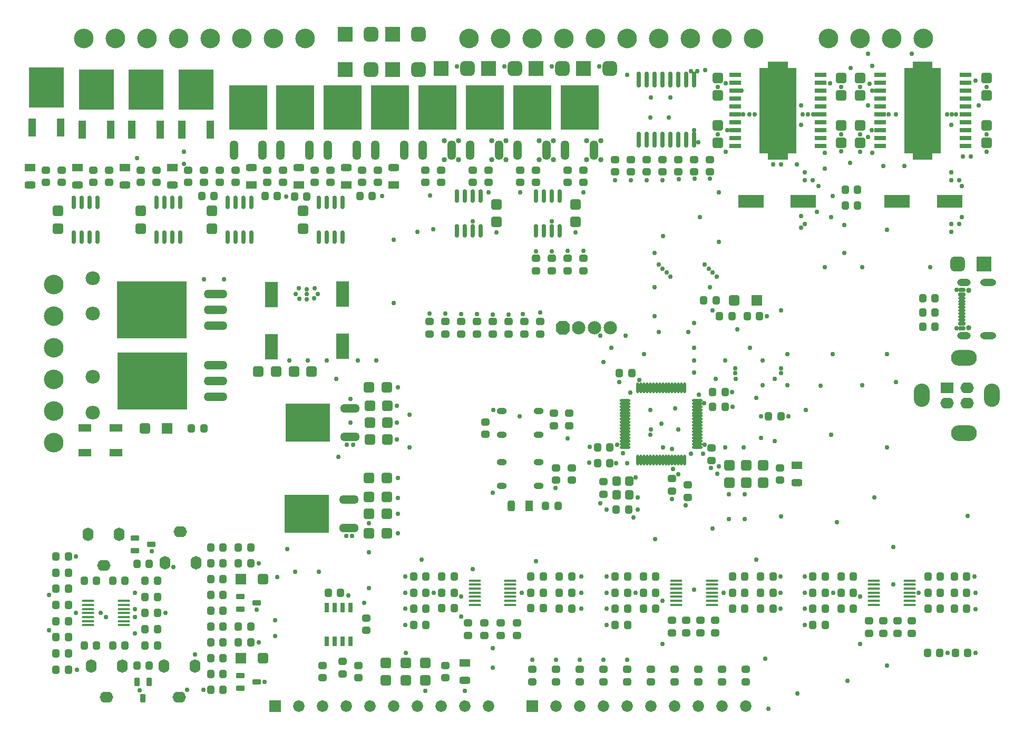
<source format=gts>
G04*
G04 #@! TF.GenerationSoftware,Altium Limited,Altium Designer,25.0.2 (28)*
G04*
G04 Layer_Color=8388736*
%FSLAX44Y44*%
%MOMM*%
G71*
G04*
G04 #@! TF.SameCoordinates,AC037715-0773-48B7-9E6E-B3265F142276*
G04*
G04*
G04 #@! TF.FilePolarity,Negative*
G04*
G01*
G75*
%ADD32R,1.2500X2.8500*%
%ADD33R,5.5500X6.5000*%
%ADD42R,1.8300X0.6800*%
%ADD43R,2.1000X1.2700*%
G04:AMPARAMS|DCode=55|XSize=1.9554mm|YSize=0.4208mm|CornerRadius=0.2104mm|HoleSize=0mm|Usage=FLASHONLY|Rotation=0.000|XOffset=0mm|YOffset=0mm|HoleType=Round|Shape=RoundedRectangle|*
%AMROUNDEDRECTD55*
21,1,1.9554,0.0000,0,0,0.0*
21,1,1.5347,0.4208,0,0,0.0*
1,1,0.4208,0.7673,0.0000*
1,1,0.4208,-0.7673,0.0000*
1,1,0.4208,-0.7673,0.0000*
1,1,0.4208,0.7673,0.0000*
%
%ADD55ROUNDEDRECTD55*%
%ADD56R,1.9554X0.4208*%
G04:AMPARAMS|DCode=57|XSize=1.55mm|YSize=0.6mm|CornerRadius=0.051mm|HoleSize=0mm|Usage=FLASHONLY|Rotation=90.000|XOffset=0mm|YOffset=0mm|HoleType=Round|Shape=RoundedRectangle|*
%AMROUNDEDRECTD57*
21,1,1.5500,0.4980,0,0,90.0*
21,1,1.4480,0.6000,0,0,90.0*
1,1,0.1020,0.2490,0.7240*
1,1,0.1020,0.2490,-0.7240*
1,1,0.1020,-0.2490,-0.7240*
1,1,0.1020,-0.2490,0.7240*
%
%ADD57ROUNDEDRECTD57*%
G04:AMPARAMS|DCode=62|XSize=1.15mm|YSize=1.75mm|CornerRadius=0.325mm|HoleSize=0mm|Usage=FLASHONLY|Rotation=270.000|XOffset=0mm|YOffset=0mm|HoleType=Round|Shape=RoundedRectangle|*
%AMROUNDEDRECTD62*
21,1,1.1500,1.1000,0,0,270.0*
21,1,0.5000,1.7500,0,0,270.0*
1,1,0.6500,-0.5500,-0.2500*
1,1,0.6500,-0.5500,0.2500*
1,1,0.6500,0.5500,0.2500*
1,1,0.6500,0.5500,-0.2500*
%
%ADD62ROUNDEDRECTD62*%
%ADD63R,1.7500X1.1500*%
%ADD64R,2.3500X2.3500*%
G04:AMPARAMS|DCode=65|XSize=2.35mm|YSize=2.35mm|CornerRadius=0.625mm|HoleSize=0mm|Usage=FLASHONLY|Rotation=270.000|XOffset=0mm|YOffset=0mm|HoleType=Round|Shape=RoundedRectangle|*
%AMROUNDEDRECTD65*
21,1,2.3500,1.1000,0,0,270.0*
21,1,1.1000,2.3500,0,0,270.0*
1,1,1.2500,-0.5500,-0.5500*
1,1,1.2500,-0.5500,0.5500*
1,1,1.2500,0.5500,0.5500*
1,1,1.2500,0.5500,-0.5500*
%
%ADD65ROUNDEDRECTD65*%
G04:AMPARAMS|DCode=66|XSize=1.75mm|YSize=1.75mm|CornerRadius=0.475mm|HoleSize=0mm|Usage=FLASHONLY|Rotation=180.000|XOffset=0mm|YOffset=0mm|HoleType=Round|Shape=RoundedRectangle|*
%AMROUNDEDRECTD66*
21,1,1.7500,0.8000,0,0,180.0*
21,1,0.8000,1.7500,0,0,180.0*
1,1,0.9500,-0.4000,0.4000*
1,1,0.9500,0.4000,0.4000*
1,1,0.9500,0.4000,-0.4000*
1,1,0.9500,-0.4000,-0.4000*
%
%ADD66ROUNDEDRECTD66*%
%ADD67R,2.1500X4.1500*%
%ADD68O,3.7500X1.3500*%
%ADD69R,11.1500X9.1500*%
%ADD70O,3.1500X1.3500*%
%ADD71R,7.1500X6.1500*%
G04:AMPARAMS|DCode=72|XSize=1.15mm|YSize=1.35mm|CornerRadius=0.325mm|HoleSize=0mm|Usage=FLASHONLY|Rotation=90.000|XOffset=0mm|YOffset=0mm|HoleType=Round|Shape=RoundedRectangle|*
%AMROUNDEDRECTD72*
21,1,1.1500,0.7000,0,0,90.0*
21,1,0.5000,1.3500,0,0,90.0*
1,1,0.6500,0.3500,0.2500*
1,1,0.6500,0.3500,-0.2500*
1,1,0.6500,-0.3500,-0.2500*
1,1,0.6500,-0.3500,0.2500*
%
%ADD72ROUNDEDRECTD72*%
G04:AMPARAMS|DCode=73|XSize=1.15mm|YSize=1.35mm|CornerRadius=0.325mm|HoleSize=0mm|Usage=FLASHONLY|Rotation=180.000|XOffset=0mm|YOffset=0mm|HoleType=Round|Shape=RoundedRectangle|*
%AMROUNDEDRECTD73*
21,1,1.1500,0.7000,0,0,180.0*
21,1,0.5000,1.3500,0,0,180.0*
1,1,0.6500,-0.2500,0.3500*
1,1,0.6500,0.2500,0.3500*
1,1,0.6500,0.2500,-0.3500*
1,1,0.6500,-0.2500,-0.3500*
%
%ADD73ROUNDEDRECTD73*%
%ADD74O,0.7500X2.1500*%
%ADD75C,5.3100*%
%ADD76R,1.7500X1.7500*%
%ADD77O,0.7500X2.5500*%
%ADD78O,0.4500X1.7500*%
G04:AMPARAMS|DCode=79|XSize=0.45mm|YSize=1.15mm|CornerRadius=0.15mm|HoleSize=0mm|Usage=FLASHONLY|Rotation=90.000|XOffset=0mm|YOffset=0mm|HoleType=Round|Shape=RoundedRectangle|*
%AMROUNDEDRECTD79*
21,1,0.4500,0.8500,0,0,90.0*
21,1,0.1500,1.1500,0,0,90.0*
1,1,0.3000,0.4250,0.0750*
1,1,0.3000,0.4250,-0.0750*
1,1,0.3000,-0.4250,-0.0750*
1,1,0.3000,-0.4250,0.0750*
%
%ADD79ROUNDEDRECTD79*%
G04:AMPARAMS|DCode=80|XSize=0.65mm|YSize=1.15mm|CornerRadius=0.2mm|HoleSize=0mm|Usage=FLASHONLY|Rotation=90.000|XOffset=0mm|YOffset=0mm|HoleType=Round|Shape=RoundedRectangle|*
%AMROUNDEDRECTD80*
21,1,0.6500,0.7500,0,0,90.0*
21,1,0.2500,1.1500,0,0,90.0*
1,1,0.4000,0.3750,0.1250*
1,1,0.4000,0.3750,-0.1250*
1,1,0.4000,-0.3750,-0.1250*
1,1,0.4000,-0.3750,0.1250*
%
%ADD80ROUNDEDRECTD80*%
G04:AMPARAMS|DCode=81|XSize=1.75mm|YSize=1.75mm|CornerRadius=0.475mm|HoleSize=0mm|Usage=FLASHONLY|Rotation=90.000|XOffset=0mm|YOffset=0mm|HoleType=Round|Shape=RoundedRectangle|*
%AMROUNDEDRECTD81*
21,1,1.7500,0.8000,0,0,90.0*
21,1,0.8000,1.7500,0,0,90.0*
1,1,0.9500,0.4000,0.4000*
1,1,0.9500,0.4000,-0.4000*
1,1,0.9500,-0.4000,-0.4000*
1,1,0.9500,-0.4000,0.4000*
%
%ADD81ROUNDEDRECTD81*%
G04:AMPARAMS|DCode=82|XSize=1.35mm|YSize=1.55mm|CornerRadius=0.375mm|HoleSize=0mm|Usage=FLASHONLY|Rotation=0.000|XOffset=0mm|YOffset=0mm|HoleType=Round|Shape=RoundedRectangle|*
%AMROUNDEDRECTD82*
21,1,1.3500,0.8000,0,0,0.0*
21,1,0.6000,1.5500,0,0,0.0*
1,1,0.7500,0.3000,-0.4000*
1,1,0.7500,-0.3000,-0.4000*
1,1,0.7500,-0.3000,0.4000*
1,1,0.7500,0.3000,0.4000*
%
%ADD82ROUNDEDRECTD82*%
%ADD83O,1.6000X1.0000*%
G04:AMPARAMS|DCode=84|XSize=1.15mm|YSize=1.75mm|CornerRadius=0.325mm|HoleSize=0mm|Usage=FLASHONLY|Rotation=180.000|XOffset=0mm|YOffset=0mm|HoleType=Round|Shape=RoundedRectangle|*
%AMROUNDEDRECTD84*
21,1,1.1500,1.1000,0,0,180.0*
21,1,0.5000,1.7500,0,0,180.0*
1,1,0.6500,-0.2500,0.5500*
1,1,0.6500,0.2500,0.5500*
1,1,0.6500,0.2500,-0.5500*
1,1,0.6500,-0.2500,-0.5500*
%
%ADD84ROUNDEDRECTD84*%
%ADD85R,1.1500X1.7500*%
%ADD86O,1.7500X0.4500*%
%ADD87R,4.1500X2.1500*%
G04:AMPARAMS|DCode=88|XSize=0.9mm|YSize=1.4mm|CornerRadius=0.275mm|HoleSize=0mm|Usage=FLASHONLY|Rotation=0.000|XOffset=0mm|YOffset=0mm|HoleType=Round|Shape=RoundedRectangle|*
%AMROUNDEDRECTD88*
21,1,0.9000,0.8500,0,0,0.0*
21,1,0.3500,1.4000,0,0,0.0*
1,1,0.5500,0.1750,-0.4250*
1,1,0.5500,-0.1750,-0.4250*
1,1,0.5500,-0.1750,0.4250*
1,1,0.5500,0.1750,0.4250*
%
%ADD88ROUNDEDRECTD88*%
G04:AMPARAMS|DCode=89|XSize=0.9mm|YSize=1.4mm|CornerRadius=0.275mm|HoleSize=0mm|Usage=FLASHONLY|Rotation=90.000|XOffset=0mm|YOffset=0mm|HoleType=Round|Shape=RoundedRectangle|*
%AMROUNDEDRECTD89*
21,1,0.9000,0.8500,0,0,90.0*
21,1,0.3500,1.4000,0,0,90.0*
1,1,0.5500,0.4250,0.1750*
1,1,0.5500,0.4250,-0.1750*
1,1,0.5500,-0.4250,-0.1750*
1,1,0.5500,-0.4250,0.1750*
%
%ADD89ROUNDEDRECTD89*%
%ADD90R,6.1500X7.1500*%
%ADD91O,1.3500X3.1500*%
%ADD92R,1.8500X1.8500*%
%ADD93C,1.8500*%
%ADD94C,3.1500*%
%ADD95O,2.3090X2.1820*%
%ADD96C,0.8500*%
%ADD97O,2.1500X1.1500*%
%ADD98O,2.5500X1.1500*%
%ADD99O,4.1500X2.5500*%
%ADD100O,2.5500X3.7500*%
%ADD101O,2.1500X1.7500*%
%ADD102R,2.1500X1.7500*%
%ADD103C,2.1500*%
G04:AMPARAMS|DCode=104|XSize=2.15mm|YSize=2.15mm|CornerRadius=0mm|HoleSize=0mm|Usage=FLASHONLY|Rotation=90.000|XOffset=0mm|YOffset=0mm|HoleType=Round|Shape=Octagon|*
%AMOCTAGOND104*
4,1,8,0.5375,1.0750,-0.5375,1.0750,-1.0750,0.5375,-1.0750,-0.5375,-0.5375,-1.0750,0.5375,-1.0750,1.0750,-0.5375,1.0750,0.5375,0.5375,1.0750,0.0*
%
%ADD104OCTAGOND104*%

%ADD105O,1.7500X2.1500*%
%ADD106C,0.1500*%
%ADD107C,0.7500*%
G36*
X1280850Y1109900D02*
X1294350D01*
Y972900D01*
X1280850D01*
Y962700D01*
X1248850D01*
Y972900D01*
X1235350D01*
Y1109900D01*
X1248850D01*
Y1120100D01*
X1280850D01*
Y1109900D01*
D02*
G37*
G36*
X1513400D02*
X1526900D01*
Y972900D01*
X1513400D01*
Y962700D01*
X1481400D01*
Y972900D01*
X1467900D01*
Y1109900D01*
X1481400D01*
Y1120100D01*
X1513400D01*
Y1109900D01*
D02*
G37*
D32*
X227140Y1010625D02*
D03*
X272860D02*
D03*
X307140D02*
D03*
X352860D02*
D03*
X112860Y1014323D02*
D03*
X67140D02*
D03*
X147140Y1010625D02*
D03*
X192860D02*
D03*
D33*
X250000Y1074625D02*
D03*
X330000D02*
D03*
X90000Y1078323D02*
D03*
X170000Y1074625D02*
D03*
D42*
X1428750Y984250D02*
D03*
Y996950D02*
D03*
Y1009650D02*
D03*
Y1022350D02*
D03*
Y1035050D02*
D03*
Y1047750D02*
D03*
Y1060450D02*
D03*
Y1073150D02*
D03*
Y1085850D02*
D03*
Y1098550D02*
D03*
X1566050D02*
D03*
Y1085850D02*
D03*
Y1073150D02*
D03*
Y1060450D02*
D03*
Y1047750D02*
D03*
Y1035050D02*
D03*
Y1022350D02*
D03*
Y1009650D02*
D03*
Y996950D02*
D03*
Y984250D02*
D03*
X1333500D02*
D03*
Y996950D02*
D03*
Y1009650D02*
D03*
Y1022350D02*
D03*
Y1035050D02*
D03*
Y1047750D02*
D03*
Y1060450D02*
D03*
Y1073150D02*
D03*
Y1085850D02*
D03*
Y1098550D02*
D03*
X1196200D02*
D03*
Y1085850D02*
D03*
Y1073150D02*
D03*
Y1060450D02*
D03*
Y1047750D02*
D03*
Y1035050D02*
D03*
Y1022350D02*
D03*
Y1009650D02*
D03*
Y996950D02*
D03*
Y984250D02*
D03*
D43*
X151622Y531171D02*
D03*
Y491572D02*
D03*
X201520Y531171D02*
D03*
Y491572D02*
D03*
D55*
X835204Y286200D02*
D03*
Y279700D02*
D03*
Y273200D02*
D03*
Y266700D02*
D03*
Y260200D02*
D03*
Y253700D02*
D03*
Y247200D02*
D03*
X777696D02*
D03*
Y253700D02*
D03*
Y260200D02*
D03*
Y266700D02*
D03*
Y273200D02*
D03*
Y279700D02*
D03*
X156295Y214443D02*
D03*
Y220943D02*
D03*
Y227443D02*
D03*
Y233943D02*
D03*
Y240443D02*
D03*
Y246943D02*
D03*
Y253443D02*
D03*
X213803D02*
D03*
Y246943D02*
D03*
Y240443D02*
D03*
Y233943D02*
D03*
Y227443D02*
D03*
Y220943D02*
D03*
X1476554Y286200D02*
D03*
Y279700D02*
D03*
Y273200D02*
D03*
Y266700D02*
D03*
Y260200D02*
D03*
Y253700D02*
D03*
Y247200D02*
D03*
X1419046D02*
D03*
Y253700D02*
D03*
Y260200D02*
D03*
Y266700D02*
D03*
Y273200D02*
D03*
Y279700D02*
D03*
X1101546Y279700D02*
D03*
Y273200D02*
D03*
Y266700D02*
D03*
Y260200D02*
D03*
Y253700D02*
D03*
Y247200D02*
D03*
X1159054D02*
D03*
Y253700D02*
D03*
Y260200D02*
D03*
Y266700D02*
D03*
Y273200D02*
D03*
Y279700D02*
D03*
Y286200D02*
D03*
D56*
X777696D02*
D03*
X213803Y214443D02*
D03*
X1419046Y286200D02*
D03*
X1101546D02*
D03*
D57*
X539750Y242900D02*
D03*
X552450D02*
D03*
X565150D02*
D03*
X577850D02*
D03*
Y188900D02*
D03*
X565150D02*
D03*
X552450D02*
D03*
X539750D02*
D03*
D62*
X139700Y921700D02*
D03*
X215900D02*
D03*
X63500D02*
D03*
X762000Y125700D02*
D03*
X1295400Y443200D02*
D03*
X647700Y949700D02*
D03*
X571500D02*
D03*
X495300D02*
D03*
X419100D02*
D03*
X292100Y921700D02*
D03*
D63*
X139700Y949700D02*
D03*
X215900D02*
D03*
X63500D02*
D03*
X762000Y153700D02*
D03*
X1295400Y471200D02*
D03*
X647700Y921700D02*
D03*
X571500D02*
D03*
X495300D02*
D03*
X419100D02*
D03*
X292100Y949700D02*
D03*
D64*
X1596000Y795000D02*
D03*
X645750Y1107150D02*
D03*
X569550D02*
D03*
Y1164300D02*
D03*
X645750D02*
D03*
X723800Y1109097D02*
D03*
X952400Y1108998D02*
D03*
X800000Y1109097D02*
D03*
X876200D02*
D03*
D65*
X1554000Y795000D02*
D03*
X687750Y1107150D02*
D03*
X611550D02*
D03*
Y1164300D02*
D03*
X687750D02*
D03*
X765800Y1109097D02*
D03*
X994400Y1108998D02*
D03*
X842000Y1109097D02*
D03*
X918200D02*
D03*
D66*
X608300Y450850D02*
D03*
X636300D02*
D03*
X608300Y596900D02*
D03*
X636300D02*
D03*
X247922Y530650D02*
D03*
X487650Y622300D02*
D03*
X515650D02*
D03*
X637570Y512668D02*
D03*
X609570D02*
D03*
X637570Y539750D02*
D03*
X609570D02*
D03*
X637570Y566833D02*
D03*
X609570D02*
D03*
X636300Y361950D02*
D03*
X608300D02*
D03*
X636300Y420783D02*
D03*
X608300D02*
D03*
X636300Y393700D02*
D03*
X608300D02*
D03*
X1194850Y736600D02*
D03*
X437799Y288600D02*
D03*
Y161450D02*
D03*
X430500Y622300D02*
D03*
X458500D02*
D03*
D67*
X565150Y746850D02*
D03*
Y662850D02*
D03*
X451485Y745580D02*
D03*
Y661580D02*
D03*
D68*
X361572Y581450D02*
D03*
Y606850D02*
D03*
Y632250D02*
D03*
X361172Y695750D02*
D03*
Y721150D02*
D03*
Y746550D02*
D03*
D69*
X259572Y606850D02*
D03*
X259172Y721150D02*
D03*
D70*
X577270Y516750D02*
D03*
Y562750D02*
D03*
X576000Y370700D02*
D03*
Y416700D02*
D03*
D71*
X509270Y539750D02*
D03*
X508000Y393700D02*
D03*
D72*
X590550Y129700D02*
D03*
Y149700D02*
D03*
X603384Y225900D02*
D03*
Y205900D02*
D03*
X533400Y149700D02*
D03*
Y129700D02*
D03*
X1268316Y447200D02*
D03*
Y467200D02*
D03*
X730250Y129700D02*
D03*
Y149700D02*
D03*
X767450Y218200D02*
D03*
Y198200D02*
D03*
X985000Y425000D02*
D03*
Y445000D02*
D03*
X1120000Y420000D02*
D03*
Y440000D02*
D03*
X901700Y803750D02*
D03*
Y783750D02*
D03*
X927100Y803750D02*
D03*
Y783750D02*
D03*
X876300Y803750D02*
D03*
Y783750D02*
D03*
X730250Y682150D02*
D03*
Y702150D02*
D03*
X704850Y682150D02*
D03*
Y702150D02*
D03*
X781050D02*
D03*
Y682150D02*
D03*
X755650D02*
D03*
Y702150D02*
D03*
X930000Y555000D02*
D03*
Y535000D02*
D03*
X905000Y555000D02*
D03*
Y535000D02*
D03*
X933450Y447200D02*
D03*
Y467200D02*
D03*
X795020Y520860D02*
D03*
Y540860D02*
D03*
X908050Y467200D02*
D03*
Y447200D02*
D03*
X952500Y783750D02*
D03*
Y803750D02*
D03*
X857250Y702150D02*
D03*
Y682150D02*
D03*
X882650Y702150D02*
D03*
Y682150D02*
D03*
X806450D02*
D03*
Y702150D02*
D03*
X831850Y682150D02*
D03*
Y702150D02*
D03*
X1095000Y450000D02*
D03*
Y430000D02*
D03*
X1158599Y498950D02*
D03*
Y478950D02*
D03*
X1136650Y143350D02*
D03*
Y123350D02*
D03*
X1060450Y143350D02*
D03*
Y123350D02*
D03*
X819450Y218200D02*
D03*
Y198200D02*
D03*
X793450Y218200D02*
D03*
Y198200D02*
D03*
X845450Y218200D02*
D03*
Y198200D02*
D03*
X1411053Y201450D02*
D03*
Y221450D02*
D03*
X1434135Y201450D02*
D03*
Y221450D02*
D03*
X1457218Y201450D02*
D03*
Y221450D02*
D03*
X1480300Y201450D02*
D03*
Y221450D02*
D03*
X565150Y136050D02*
D03*
Y156050D02*
D03*
X1104900Y962500D02*
D03*
Y942500D02*
D03*
X1130300Y962500D02*
D03*
Y942500D02*
D03*
X1079500Y962500D02*
D03*
Y942500D02*
D03*
X1155700Y962500D02*
D03*
Y942500D02*
D03*
X1054100Y962500D02*
D03*
Y942500D02*
D03*
X1028700Y962500D02*
D03*
Y942500D02*
D03*
X1003300Y962500D02*
D03*
Y942500D02*
D03*
X317500Y945700D02*
D03*
Y925700D02*
D03*
X342900Y925700D02*
D03*
Y945700D02*
D03*
X850900Y945700D02*
D03*
Y925700D02*
D03*
X774700Y945700D02*
D03*
Y925700D02*
D03*
X800100Y945700D02*
D03*
Y925700D02*
D03*
X876300Y945700D02*
D03*
Y925700D02*
D03*
X952500Y925700D02*
D03*
Y945700D02*
D03*
X723900Y925700D02*
D03*
Y945700D02*
D03*
X698500Y925700D02*
D03*
Y945700D02*
D03*
X927100Y945700D02*
D03*
Y925700D02*
D03*
X190500Y925700D02*
D03*
Y945700D02*
D03*
X114300D02*
D03*
Y925700D02*
D03*
X165100Y925700D02*
D03*
Y945700D02*
D03*
X88900Y925700D02*
D03*
Y945700D02*
D03*
X368300Y925700D02*
D03*
Y945700D02*
D03*
X444500Y925700D02*
D03*
Y945700D02*
D03*
X266700Y945700D02*
D03*
Y925700D02*
D03*
X596900Y925700D02*
D03*
Y945700D02*
D03*
X546100Y925700D02*
D03*
Y945700D02*
D03*
X520700Y925700D02*
D03*
Y945700D02*
D03*
X469900Y925700D02*
D03*
Y945700D02*
D03*
X393700Y925700D02*
D03*
Y945700D02*
D03*
X241300Y925700D02*
D03*
Y945700D02*
D03*
X622300Y925700D02*
D03*
Y945700D02*
D03*
X1212850Y143350D02*
D03*
Y123350D02*
D03*
X1174750Y143350D02*
D03*
Y123350D02*
D03*
X1098550Y143350D02*
D03*
Y123350D02*
D03*
X1022350Y143350D02*
D03*
Y123350D02*
D03*
X1094550Y202357D02*
D03*
Y222357D02*
D03*
X1117633Y202357D02*
D03*
Y222357D02*
D03*
X1163798Y202357D02*
D03*
Y222357D02*
D03*
X1140715Y202357D02*
D03*
Y222357D02*
D03*
X908050Y143350D02*
D03*
Y123350D02*
D03*
X984250Y143350D02*
D03*
Y123350D02*
D03*
X946150Y143350D02*
D03*
Y123350D02*
D03*
X869950Y143350D02*
D03*
Y123350D02*
D03*
D73*
X342809Y530650D02*
D03*
X322809D02*
D03*
X1372950Y914400D02*
D03*
X1392950D02*
D03*
X1497500Y716917D02*
D03*
X1517500D02*
D03*
X1497500Y693835D02*
D03*
X1517500D02*
D03*
X1517500Y740000D02*
D03*
X1497500D02*
D03*
X1250000Y550000D02*
D03*
X1270000D02*
D03*
X1005000Y400000D02*
D03*
X1025000D02*
D03*
X995000Y500000D02*
D03*
X975000D02*
D03*
X891700Y406400D02*
D03*
X911700D02*
D03*
X1165700Y736600D02*
D03*
X1145700D02*
D03*
X1191100Y711200D02*
D03*
X1171100D02*
D03*
X1235550D02*
D03*
X1215550D02*
D03*
X1525000Y170000D02*
D03*
X1505000D02*
D03*
X1506050Y240700D02*
D03*
X1526050D02*
D03*
X1160000Y565000D02*
D03*
X1180000D02*
D03*
X1030000Y619099D02*
D03*
X1010000D02*
D03*
X1160000Y589326D02*
D03*
X1180000D02*
D03*
X995000Y475000D02*
D03*
X975000D02*
D03*
X1570000Y170000D02*
D03*
X1550000D02*
D03*
X724950Y292700D02*
D03*
X744950D02*
D03*
X724950Y241520D02*
D03*
X744950D02*
D03*
X724950Y266700D02*
D03*
X744950D02*
D03*
X913450Y240700D02*
D03*
X933450D02*
D03*
X887950Y241553D02*
D03*
X867950D02*
D03*
X887950Y266700D02*
D03*
X867950D02*
D03*
X887950Y292700D02*
D03*
X867950D02*
D03*
X913450Y266700D02*
D03*
X933450D02*
D03*
X913450Y292700D02*
D03*
X933450D02*
D03*
X699450Y240700D02*
D03*
X679450D02*
D03*
Y292700D02*
D03*
X699450D02*
D03*
Y214700D02*
D03*
X679450D02*
D03*
X699450Y266700D02*
D03*
X679450D02*
D03*
X562450Y266733D02*
D03*
X542450D02*
D03*
X248000Y207943D02*
D03*
X268000D02*
D03*
X248000Y233943D02*
D03*
X268000D02*
D03*
X235000Y149443D02*
D03*
X255000D02*
D03*
X268000Y181943D02*
D03*
X248000D02*
D03*
X196000Y181943D02*
D03*
X216000D02*
D03*
X248000Y259944D02*
D03*
X268000D02*
D03*
X235000Y313360D02*
D03*
X255000D02*
D03*
X216000Y285944D02*
D03*
X196000D02*
D03*
X248000Y285943D02*
D03*
X268000D02*
D03*
X150500Y181943D02*
D03*
X170500D02*
D03*
Y285943D02*
D03*
X150500D02*
D03*
X105000Y246943D02*
D03*
X125000D02*
D03*
Y194943D02*
D03*
X105000D02*
D03*
Y168943D02*
D03*
X125000D02*
D03*
Y142943D02*
D03*
X105000D02*
D03*
Y220943D02*
D03*
X125000D02*
D03*
Y324943D02*
D03*
X105000D02*
D03*
Y298943D02*
D03*
X125000D02*
D03*
Y272943D02*
D03*
X105000D02*
D03*
X353700Y314000D02*
D03*
X373699D02*
D03*
X373700Y339400D02*
D03*
X353700D02*
D03*
X418150D02*
D03*
X398150D02*
D03*
X353700Y263200D02*
D03*
X373699D02*
D03*
X353700Y237800D02*
D03*
X373700D02*
D03*
X398150Y314000D02*
D03*
X418149D02*
D03*
X373699Y288600D02*
D03*
X353700D02*
D03*
Y136050D02*
D03*
X373699D02*
D03*
Y110650D02*
D03*
X353700D02*
D03*
X1548300Y240700D02*
D03*
X1568300D02*
D03*
X1526050Y266700D02*
D03*
X1506050D02*
D03*
X1526050Y292700D02*
D03*
X1506050D02*
D03*
X1340800Y240700D02*
D03*
X1320800D02*
D03*
X1366300D02*
D03*
X1386300D02*
D03*
X1340800Y292700D02*
D03*
X1320800D02*
D03*
X1366300D02*
D03*
X1386300D02*
D03*
Y266700D02*
D03*
X1366300D02*
D03*
X1548300D02*
D03*
X1568300D02*
D03*
X1340800Y214700D02*
D03*
X1320800D02*
D03*
X1340800Y266700D02*
D03*
X1320800D02*
D03*
X1548300Y292700D02*
D03*
X1568300D02*
D03*
X339250Y903950D02*
D03*
X359250D02*
D03*
X460850Y903950D02*
D03*
X440850D02*
D03*
X613250Y903950D02*
D03*
X593250D02*
D03*
X488156Y903222D02*
D03*
X508156D02*
D03*
X398150Y186850D02*
D03*
X418150D02*
D03*
X1372950Y889000D02*
D03*
X1392950D02*
D03*
X373700Y161450D02*
D03*
X353700D02*
D03*
X418150Y212250D02*
D03*
X398150D02*
D03*
X373700D02*
D03*
X353700D02*
D03*
Y186850D02*
D03*
X373700D02*
D03*
X1003300Y214700D02*
D03*
X1023300D02*
D03*
X1003300Y240700D02*
D03*
X1023300D02*
D03*
X1068800D02*
D03*
X1048800D02*
D03*
Y266700D02*
D03*
X1068800D02*
D03*
X1003300D02*
D03*
X1023300D02*
D03*
X1068800Y292700D02*
D03*
X1048800D02*
D03*
X1003300D02*
D03*
X1023300D02*
D03*
X1257300Y240700D02*
D03*
X1237300D02*
D03*
X1191800D02*
D03*
X1211800D02*
D03*
X1191800Y266700D02*
D03*
X1211800D02*
D03*
X1257300D02*
D03*
X1237300D02*
D03*
X1191800Y292700D02*
D03*
X1211800D02*
D03*
X1257300D02*
D03*
X1237300D02*
D03*
D74*
X304800Y893850D02*
D03*
X292100D02*
D03*
X279400D02*
D03*
X266700D02*
D03*
X304800Y837850D02*
D03*
X292100D02*
D03*
X279400D02*
D03*
X266700D02*
D03*
X133350D02*
D03*
X146050D02*
D03*
X158750D02*
D03*
X171450D02*
D03*
X133350Y893850D02*
D03*
X146050D02*
D03*
X158750D02*
D03*
X171450D02*
D03*
X749300Y848300D02*
D03*
X762000D02*
D03*
X774700D02*
D03*
X787400D02*
D03*
X749300Y904300D02*
D03*
X762000D02*
D03*
X774700D02*
D03*
X787400D02*
D03*
X876667Y848300D02*
D03*
X889367D02*
D03*
X902067D02*
D03*
X914767D02*
D03*
X876667Y904300D02*
D03*
X889367D02*
D03*
X902067D02*
D03*
X914767D02*
D03*
X419100Y893850D02*
D03*
X406400D02*
D03*
X393700D02*
D03*
X381000D02*
D03*
X419100Y837850D02*
D03*
X406400D02*
D03*
X393700D02*
D03*
X381000D02*
D03*
X527524D02*
D03*
X540224D02*
D03*
X552924D02*
D03*
X565624D02*
D03*
X527524Y893850D02*
D03*
X540224D02*
D03*
X552924D02*
D03*
X565624D02*
D03*
D75*
X1497400Y1041400D02*
D03*
X1264850D02*
D03*
D76*
X283922Y530650D02*
D03*
X1230850Y736600D02*
D03*
X401800Y288600D02*
D03*
Y161450D02*
D03*
D77*
X1104900Y1090948D02*
D03*
X1054100Y994949D02*
D03*
X1104900D02*
D03*
X1041400Y1090948D02*
D03*
X1130300Y994949D02*
D03*
X1054100Y1090948D02*
D03*
X1117600D02*
D03*
X1066800D02*
D03*
X1079500D02*
D03*
X1092200Y994949D02*
D03*
X1066800D02*
D03*
X1041400D02*
D03*
X1092200Y1090948D02*
D03*
X1079500Y994949D02*
D03*
X1117600D02*
D03*
X1130300Y1090948D02*
D03*
D78*
X1055000Y596000D02*
D03*
X1060000D02*
D03*
X1040000D02*
D03*
X1045000D02*
D03*
X1050000D02*
D03*
X1065000D02*
D03*
X1070000D02*
D03*
X1075000D02*
D03*
X1080000D02*
D03*
X1085000D02*
D03*
X1090000D02*
D03*
X1095000D02*
D03*
X1100000D02*
D03*
X1105000D02*
D03*
X1110000D02*
D03*
X1115000D02*
D03*
Y480000D02*
D03*
X1110000D02*
D03*
X1105000D02*
D03*
X1100000D02*
D03*
X1095000D02*
D03*
X1090000D02*
D03*
X1085000D02*
D03*
X1080000D02*
D03*
X1075000D02*
D03*
X1070000D02*
D03*
X1065000D02*
D03*
X1060000D02*
D03*
X1055000D02*
D03*
X1050000D02*
D03*
X1045000D02*
D03*
X1040000D02*
D03*
D79*
X1560000Y705000D02*
D03*
Y710000D02*
D03*
Y715000D02*
D03*
Y740000D02*
D03*
Y735000D02*
D03*
Y730000D02*
D03*
Y720000D02*
D03*
Y725000D02*
D03*
D80*
Y746000D02*
D03*
Y699000D02*
D03*
Y753500D02*
D03*
Y691500D02*
D03*
D81*
X1241232Y443200D02*
D03*
Y471200D02*
D03*
X107950Y879850D02*
D03*
Y851850D02*
D03*
X1168400Y1017300D02*
D03*
Y989300D02*
D03*
X1397000Y1093500D02*
D03*
Y1065500D02*
D03*
X939800Y862300D02*
D03*
Y890300D02*
D03*
X812800Y862300D02*
D03*
Y890300D02*
D03*
X635000Y153700D02*
D03*
Y125700D02*
D03*
X1214149Y471200D02*
D03*
Y443200D02*
D03*
X1187067Y471200D02*
D03*
Y443200D02*
D03*
X501650Y879850D02*
D03*
Y851850D02*
D03*
X355600Y851850D02*
D03*
Y879850D02*
D03*
X241300Y879850D02*
D03*
Y851850D02*
D03*
X698500Y125700D02*
D03*
Y153700D02*
D03*
X666750D02*
D03*
Y125700D02*
D03*
X1600200Y1065500D02*
D03*
Y1093500D02*
D03*
X1366182Y1065500D02*
D03*
Y1093500D02*
D03*
X1600200Y989300D02*
D03*
Y1017300D02*
D03*
X1397000Y989300D02*
D03*
Y1017300D02*
D03*
X1366183Y989300D02*
D03*
Y1017300D02*
D03*
X1168400Y1065500D02*
D03*
Y1093500D02*
D03*
D82*
X1026098Y446000D02*
D03*
Y424000D02*
D03*
X1006098D02*
D03*
Y446000D02*
D03*
D83*
X820900Y558750D02*
D03*
X880900D02*
D03*
X820900Y520750D02*
D03*
X880900D02*
D03*
X820900Y476200D02*
D03*
X880900D02*
D03*
X820900Y438200D02*
D03*
X880900D02*
D03*
D84*
X836900Y406400D02*
D03*
D85*
X864900D02*
D03*
D86*
X1019500Y500500D02*
D03*
Y505500D02*
D03*
Y510500D02*
D03*
Y515500D02*
D03*
Y520500D02*
D03*
Y525500D02*
D03*
Y530500D02*
D03*
Y535500D02*
D03*
Y540500D02*
D03*
Y545500D02*
D03*
Y550500D02*
D03*
Y555500D02*
D03*
Y560500D02*
D03*
Y565500D02*
D03*
Y570500D02*
D03*
Y575500D02*
D03*
X1135500D02*
D03*
Y570500D02*
D03*
Y565500D02*
D03*
Y560500D02*
D03*
Y555500D02*
D03*
Y550500D02*
D03*
Y545500D02*
D03*
Y540500D02*
D03*
Y535500D02*
D03*
Y530500D02*
D03*
Y525500D02*
D03*
Y520500D02*
D03*
Y515500D02*
D03*
Y510500D02*
D03*
Y505500D02*
D03*
Y500500D02*
D03*
D87*
X1456600Y895350D02*
D03*
X1540600D02*
D03*
X1305650D02*
D03*
X1221650D02*
D03*
D88*
X255000Y123443D02*
D03*
X235000D02*
D03*
X245000Y97443D02*
D03*
D89*
X232000Y354443D02*
D03*
Y334443D02*
D03*
X258000Y344443D02*
D03*
X401500Y260499D02*
D03*
Y240499D02*
D03*
X427500Y250499D02*
D03*
Y123350D02*
D03*
X401500Y113350D02*
D03*
Y133350D02*
D03*
D90*
X717550Y1045900D02*
D03*
X946150D02*
D03*
X641350D02*
D03*
X869950D02*
D03*
X793750D02*
D03*
X565150D02*
D03*
X488950D02*
D03*
X413890D02*
D03*
D91*
X740550Y977900D02*
D03*
X694550D02*
D03*
X969150D02*
D03*
X923150D02*
D03*
X618350D02*
D03*
X664350D02*
D03*
X892950D02*
D03*
X846950D02*
D03*
X770750D02*
D03*
X816750D02*
D03*
X588150D02*
D03*
X542150D02*
D03*
X511950D02*
D03*
X465950D02*
D03*
X436890D02*
D03*
X390890D02*
D03*
D92*
X457200Y84800D02*
D03*
X869950D02*
D03*
D93*
X495300D02*
D03*
X533400D02*
D03*
X571500D02*
D03*
X609600D02*
D03*
X647700D02*
D03*
X685800D02*
D03*
X723900D02*
D03*
X762000D02*
D03*
X800100D02*
D03*
X908050D02*
D03*
X946150D02*
D03*
X984250D02*
D03*
X1022350D02*
D03*
X1060450D02*
D03*
X1098550D02*
D03*
X1136650D02*
D03*
X1174750D02*
D03*
X1212850D02*
D03*
D94*
X1498700Y1157500D02*
D03*
X1447900D02*
D03*
X1397100D02*
D03*
X1346300D02*
D03*
X1124100D02*
D03*
X1022500D02*
D03*
X971700D02*
D03*
X920900D02*
D03*
X870100D02*
D03*
X819300D02*
D03*
X768500D02*
D03*
X1073300D02*
D03*
X1225700D02*
D03*
X1174900D02*
D03*
X454900D02*
D03*
X150100D02*
D03*
X200900D02*
D03*
X251700D02*
D03*
X302500D02*
D03*
X353300D02*
D03*
X404100D02*
D03*
X505700D02*
D03*
X101600Y762000D02*
D03*
Y711200D02*
D03*
Y660400D02*
D03*
Y609600D02*
D03*
Y558800D02*
D03*
Y508000D02*
D03*
D95*
X164322Y556050D02*
D03*
Y613200D02*
D03*
Y714800D02*
D03*
Y771950D02*
D03*
D96*
X1571200Y692600D02*
D03*
Y752400D02*
D03*
X728980Y962660D02*
D03*
Y993140D02*
D03*
X751840Y962660D02*
D03*
Y993140D02*
D03*
X957580D02*
D03*
X980440D02*
D03*
X957580Y962660D02*
D03*
X980440D02*
D03*
X881380Y993140D02*
D03*
X904240D02*
D03*
X881380Y962660D02*
D03*
X904240D02*
D03*
X805180Y993140D02*
D03*
X828040D02*
D03*
X805180Y962660D02*
D03*
X828040D02*
D03*
D97*
X1564000Y765500D02*
D03*
Y679500D02*
D03*
D98*
X1603000Y765500D02*
D03*
Y679500D02*
D03*
D99*
X1564200Y643720D02*
D03*
Y523320D02*
D03*
D100*
X1496400Y583520D02*
D03*
X1608300D02*
D03*
D101*
X1568700Y571021D02*
D03*
Y596020D02*
D03*
X1536700Y571021D02*
D03*
X186500Y98443D02*
D03*
X181883Y310025D02*
D03*
X305082Y365026D02*
D03*
X303500Y98443D02*
D03*
D102*
X1536700Y596020D02*
D03*
D103*
X970200Y692500D02*
D03*
X944800D02*
D03*
X995600D02*
D03*
D104*
X919400D02*
D03*
D105*
X211500Y148443D02*
D03*
X161500D02*
D03*
X156883Y360026D02*
D03*
X206882D02*
D03*
X330083Y315026D02*
D03*
X280083D02*
D03*
X278500Y148443D02*
D03*
X328500D02*
D03*
D106*
X70000Y70000D02*
D03*
X1590000D02*
D03*
X70000Y1190000D02*
D03*
X1590000D02*
D03*
D107*
X310658Y974841D02*
D03*
X310536Y955925D02*
D03*
X234950Y965200D02*
D03*
X1166500Y774800D02*
D03*
X647700Y732500D02*
D03*
Y834100D02*
D03*
X685800Y846800D02*
D03*
X977900Y1112520D02*
D03*
X901700D02*
D03*
X825500D02*
D03*
X749300D02*
D03*
X765800Y1109097D02*
D03*
X706500Y904800D02*
D03*
X628650Y903950D02*
D03*
X800100Y910300D02*
D03*
X474599Y902721D02*
D03*
X711200Y850900D02*
D03*
X850900Y910300D02*
D03*
X1155700Y757900D02*
D03*
X1066800D02*
D03*
X1160043Y781050D02*
D03*
X1147343Y793750D02*
D03*
X1153693Y787400D02*
D03*
X1066800Y812800D02*
D03*
X1073150Y793750D02*
D03*
X1079500Y787400D02*
D03*
X1085850Y781050D02*
D03*
X854838Y714307D02*
D03*
X882667Y716964D02*
D03*
X806450Y427700D02*
D03*
X572470Y504050D02*
D03*
X1079500Y929350D02*
D03*
X374650Y770600D02*
D03*
X342900D02*
D03*
X692150Y319750D02*
D03*
X527050Y300700D02*
D03*
X488950D02*
D03*
X1416050Y1113500D02*
D03*
X1339850Y973800D02*
D03*
X1416050D02*
D03*
X1352550Y903950D02*
D03*
X1339850Y948400D02*
D03*
X1320800Y929350D02*
D03*
X1295400Y954750D02*
D03*
X1308100Y942050D02*
D03*
Y929350D02*
D03*
X1327150Y878550D02*
D03*
X1301750Y872200D02*
D03*
X1308100Y859500D02*
D03*
X1301750Y853150D02*
D03*
X1543050Y846800D02*
D03*
Y942050D02*
D03*
X1555750Y859500D02*
D03*
Y929350D02*
D03*
X1543050Y859500D02*
D03*
Y929350D02*
D03*
X1574800Y967450D02*
D03*
X1562100D02*
D03*
X1587500Y1050000D02*
D03*
X1409700Y1132550D02*
D03*
X1479550D02*
D03*
X1543050Y1018250D02*
D03*
X1409700Y999200D02*
D03*
Y1050000D02*
D03*
X1301750D02*
D03*
Y1018250D02*
D03*
X1270000Y954750D02*
D03*
X1257300D02*
D03*
X1092200Y1062700D02*
D03*
X1060450D02*
D03*
X1270000Y389600D02*
D03*
X1186500Y384800D02*
D03*
X1016000Y491200D02*
D03*
X1060450Y529300D02*
D03*
X1104900D02*
D03*
X984250Y637250D02*
D03*
X1454150Y605500D02*
D03*
X1333500Y599150D02*
D03*
X1352550Y649950D02*
D03*
X1244600Y161000D02*
D03*
X1116465Y407290D02*
D03*
X1157500Y467500D02*
D03*
X1100000Y562500D02*
D03*
X1060000Y560000D02*
D03*
X1165000Y610000D02*
D03*
X1137500Y585000D02*
D03*
X608300Y377825D02*
D03*
X1146473Y571500D02*
D03*
X1022743Y474757D02*
D03*
X1005000Y475000D02*
D03*
X961573Y475286D02*
D03*
X1095000Y417500D02*
D03*
X1042055Y608138D02*
D03*
X1146801Y504185D02*
D03*
X1096000Y465000D02*
D03*
X1006333Y504377D02*
D03*
X876300Y317500D02*
D03*
X774700Y304800D02*
D03*
X1066800Y711200D02*
D03*
X1552042Y753500D02*
D03*
Y691407D02*
D03*
X1027500Y588000D02*
D03*
X1080000Y500000D02*
D03*
X1095000Y497500D02*
D03*
X240000Y110000D02*
D03*
X1211500Y424800D02*
D03*
X1376500Y124800D02*
D03*
X1440000Y150000D02*
D03*
X620000Y640000D02*
D03*
X510000D02*
D03*
X540000D02*
D03*
X480000D02*
D03*
X590000D02*
D03*
X850000Y550000D02*
D03*
X907500Y435000D02*
D03*
X1260000Y510000D02*
D03*
X1570000Y390000D02*
D03*
X1440000Y500000D02*
D03*
X1400000Y600000D02*
D03*
X1310000Y560000D02*
D03*
X1280000Y600000D02*
D03*
X1510000Y790000D02*
D03*
X1440000Y650000D02*
D03*
X1400000Y790000D02*
D03*
X1340000D02*
D03*
X1270000Y720000D02*
D03*
X1280000Y650000D02*
D03*
X1060000Y1030000D02*
D03*
X1090000D02*
D03*
X952500Y910300D02*
D03*
X1080000Y840000D02*
D03*
X1170000Y830000D02*
D03*
X1560000Y870000D02*
D03*
Y920000D02*
D03*
X1330000D02*
D03*
X1440000Y850000D02*
D03*
X1350000Y870000D02*
D03*
X1020000Y680000D02*
D03*
X1050000Y650000D02*
D03*
X1170000Y910000D02*
D03*
X1140000Y870000D02*
D03*
X1160000Y720000D02*
D03*
X1200000Y690000D02*
D03*
X1220000Y660000D02*
D03*
X1240000Y640000D02*
D03*
Y600000D02*
D03*
X1230000Y580000D02*
D03*
X1420000Y420000D02*
D03*
X1450000Y340000D02*
D03*
X1350000Y520000D02*
D03*
X1450000Y280000D02*
D03*
X1230000Y320000D02*
D03*
X1211500Y384800D02*
D03*
X1160000Y370000D02*
D03*
X1130300Y271700D02*
D03*
X1296500Y104800D02*
D03*
X1250000Y80000D02*
D03*
X1130000Y640000D02*
D03*
Y660000D02*
D03*
Y700000D02*
D03*
X1180000Y640000D02*
D03*
X1130000Y620000D02*
D03*
X1210000Y500000D02*
D03*
X1180000D02*
D03*
X1170000Y470000D02*
D03*
X962500Y500582D02*
D03*
X980000Y410000D02*
D03*
X990000Y400000D02*
D03*
X1040000D02*
D03*
Y420000D02*
D03*
X575000Y262500D02*
D03*
X600000Y250000D02*
D03*
X259074Y333470D02*
D03*
X293376Y308070D02*
D03*
X427604Y239660D02*
D03*
X1489710Y1098417D02*
D03*
Y1052697D02*
D03*
X1474470D02*
D03*
X1504950Y1067937D02*
D03*
Y1052697D02*
D03*
X1520190Y1098417D02*
D03*
Y1083177D02*
D03*
X1489710Y1067937D02*
D03*
X1520190D02*
D03*
X1474470Y1098417D02*
D03*
X1504950Y1083177D02*
D03*
X1520190Y1052697D02*
D03*
X1489710Y1083177D02*
D03*
X1474470Y1067937D02*
D03*
X1504950Y1098417D02*
D03*
X1474470Y1083177D02*
D03*
X1504950Y1115060D02*
D03*
X1489710D02*
D03*
X1505090Y1023620D02*
D03*
X1489850D02*
D03*
X1520330D02*
D03*
X1474610D02*
D03*
X1505090Y1008380D02*
D03*
X1489850D02*
D03*
X1520330D02*
D03*
X1474610D02*
D03*
X1505090Y993140D02*
D03*
X1489850D02*
D03*
X1520330D02*
D03*
X1474610D02*
D03*
X1505090Y977900D02*
D03*
X1489850D02*
D03*
X1520330D02*
D03*
X1474610D02*
D03*
X1489850Y967740D02*
D03*
X1505090D02*
D03*
X1257300Y1049020D02*
D03*
X1242060D02*
D03*
X1287780D02*
D03*
X1272540D02*
D03*
Y967740D02*
D03*
X1257300D02*
D03*
X1242060Y977900D02*
D03*
X1287780D02*
D03*
X1257300D02*
D03*
X1272540D02*
D03*
X1242060Y993140D02*
D03*
X1287780D02*
D03*
X1257300D02*
D03*
X1272540D02*
D03*
X1242060Y1008380D02*
D03*
X1287780D02*
D03*
X1257300D02*
D03*
X1272540D02*
D03*
X1242060Y1023620D02*
D03*
X1287780D02*
D03*
X1257300D02*
D03*
X1272540D02*
D03*
X1242060Y1064260D02*
D03*
X1287780D02*
D03*
X1257300D02*
D03*
X1272540D02*
D03*
Y1082040D02*
D03*
X1257300D02*
D03*
X1287780D02*
D03*
X1242060D02*
D03*
X673100Y499730D02*
D03*
X927100Y514350D02*
D03*
X653140Y512668D02*
D03*
X1060000Y520000D02*
D03*
X1125000Y490000D02*
D03*
X1145000D02*
D03*
X1077500Y538000D02*
D03*
X609570Y566833D02*
D03*
X577850Y577850D02*
D03*
Y539750D02*
D03*
X654050Y450850D02*
D03*
Y361950D02*
D03*
X576000Y416700D02*
D03*
X654050Y596900D02*
D03*
X558789Y485150D02*
D03*
X994400Y1108998D02*
D03*
X918200Y1109097D02*
D03*
X842000D02*
D03*
X1270000Y627375D02*
D03*
Y619875D02*
D03*
X1196340Y627260D02*
D03*
Y619760D02*
D03*
X565651Y673100D02*
D03*
X451485Y671830D02*
D03*
Y661580D02*
D03*
Y650580D02*
D03*
X565651Y652780D02*
D03*
X565785Y662215D02*
D03*
X520700Y755650D02*
D03*
X495300D02*
D03*
X1181100Y1085480D02*
D03*
X1349110Y1084950D02*
D03*
X1104900Y457200D02*
D03*
X1121000Y685800D02*
D03*
X806450Y146050D02*
D03*
Y177800D02*
D03*
X1443000Y1035000D02*
D03*
X1228000D02*
D03*
X1219000D02*
D03*
X1209000D02*
D03*
X1313168Y1035259D02*
D03*
X1305000Y1035000D02*
D03*
X316009Y110650D02*
D03*
X232383Y201061D02*
D03*
X1186500Y424800D02*
D03*
X1360000Y380000D02*
D03*
X507780Y737746D02*
D03*
X496263Y739232D02*
D03*
X520000Y740000D02*
D03*
X525798Y746476D02*
D03*
X490000Y746850D02*
D03*
X508000Y754112D02*
D03*
X1491331Y266700D02*
D03*
X1308050Y266660D02*
D03*
X1178123Y266680D02*
D03*
X853450Y266700D02*
D03*
X666750Y170180D02*
D03*
X762000Y109220D02*
D03*
X698500D02*
D03*
X1036500Y452000D02*
D03*
X876300Y814891D02*
D03*
X901700Y815350D02*
D03*
X927100Y815808D02*
D03*
X952500D02*
D03*
X1155700Y931742D02*
D03*
X1131300D02*
D03*
X1105900Y931201D02*
D03*
X1054100Y929640D02*
D03*
X1028700D02*
D03*
X1003300D02*
D03*
X1415400Y1009650D02*
D03*
X1551375Y1035050D02*
D03*
X1544038D02*
D03*
X1321250D02*
D03*
X1191214Y589326D02*
D03*
X1281520Y550000D02*
D03*
X980000Y680000D02*
D03*
X1010000Y605501D02*
D03*
X1247140Y711200D02*
D03*
X1313180Y896620D02*
D03*
X1295400D02*
D03*
X1531620D02*
D03*
X1551940D02*
D03*
X1600200Y975360D02*
D03*
Y1003300D02*
D03*
X1582420Y1089660D02*
D03*
X1600200Y1079500D02*
D03*
X1412240Y1084580D02*
D03*
X1397000Y1079500D02*
D03*
X1366182D02*
D03*
X1397000Y975360D02*
D03*
Y1003300D02*
D03*
X1366183Y975697D02*
D03*
Y1003300D02*
D03*
X1181179Y975439D02*
D03*
X1183385Y1009557D02*
D03*
X1168400Y1003300D02*
D03*
Y1079500D02*
D03*
X1135380Y1104900D02*
D03*
X1125220D02*
D03*
X939800Y845820D02*
D03*
X902067Y863233D02*
D03*
X812800Y845820D02*
D03*
X774700Y863600D02*
D03*
X508000Y746850D02*
D03*
X1381412Y1109980D02*
D03*
X1147700Y1106170D02*
D03*
X1206500Y1073150D02*
D03*
X1380950Y957150D02*
D03*
X1371600Y812730D02*
D03*
Y857250D02*
D03*
X1434500Y952500D02*
D03*
X1467900D02*
D03*
X1260000Y610000D02*
D03*
X1197423D02*
D03*
X1022350Y1098550D02*
D03*
X1136650Y990600D02*
D03*
X1416050Y1073150D02*
D03*
X1092200Y774700D02*
D03*
X1073150Y685800D02*
D03*
X997500Y660000D02*
D03*
X1237500Y515000D02*
D03*
X1167500Y457500D02*
D03*
X1237500Y550000D02*
D03*
X831850Y713450D02*
D03*
X806450D02*
D03*
X781050Y713950D02*
D03*
X755650Y714350D02*
D03*
X730250Y714750D02*
D03*
X704850Y714850D02*
D03*
X653140Y566833D02*
D03*
Y539750D02*
D03*
X673100Y552450D02*
D03*
X654050Y393700D02*
D03*
Y419100D02*
D03*
X582470Y504050D02*
D03*
X1397000Y184150D02*
D03*
X1079500Y254000D02*
D03*
Y184150D02*
D03*
X755650Y260350D02*
D03*
Y228600D02*
D03*
X1397000Y260350D02*
D03*
X869950Y158750D02*
D03*
X908050D02*
D03*
X608300Y274350D02*
D03*
Y331500D02*
D03*
X476250Y336550D02*
D03*
X460700Y292100D02*
D03*
X430850Y186850D02*
D03*
X457200Y196850D02*
D03*
Y222250D02*
D03*
X1192500Y565000D02*
D03*
X807500Y560000D02*
D03*
X1032500Y387500D02*
D03*
X1067500Y352500D02*
D03*
X136964Y233943D02*
D03*
X185049Y227404D02*
D03*
X341950Y110650D02*
D03*
X1130300Y1009650D02*
D03*
X440534Y123350D02*
D03*
X328500Y167050D02*
D03*
X430700Y314000D02*
D03*
X280834Y233943D02*
D03*
X137001Y324943D02*
D03*
X176850Y233943D02*
D03*
X138750Y142943D02*
D03*
X94300Y205900D02*
D03*
Y263050D02*
D03*
X1537250Y169800D02*
D03*
X1582556Y169500D02*
D03*
X1582309Y240240D02*
D03*
Y266240D02*
D03*
X1581050Y292700D02*
D03*
X1269143Y292660D02*
D03*
Y266660D02*
D03*
Y240660D02*
D03*
X1353550Y266700D02*
D03*
X1308050Y292700D02*
D03*
Y214700D02*
D03*
Y240700D02*
D03*
X712288Y266677D02*
D03*
X666700Y292700D02*
D03*
Y266700D02*
D03*
Y240700D02*
D03*
Y214700D02*
D03*
X581200Y358100D02*
D03*
X571200D02*
D03*
X949277Y292700D02*
D03*
X949450Y266700D02*
D03*
Y240700D02*
D03*
X989643Y240660D02*
D03*
Y214660D02*
D03*
Y292660D02*
D03*
Y266660D02*
D03*
X1036368Y266366D02*
D03*
X946150Y158750D02*
D03*
X1022350D02*
D03*
X984250D02*
D03*
X554990Y609750D02*
D03*
X232000Y227443D02*
D03*
Y240443D02*
D03*
Y266443D02*
D03*
X1536700Y1035050D02*
D03*
X1454150D02*
D03*
M02*

</source>
